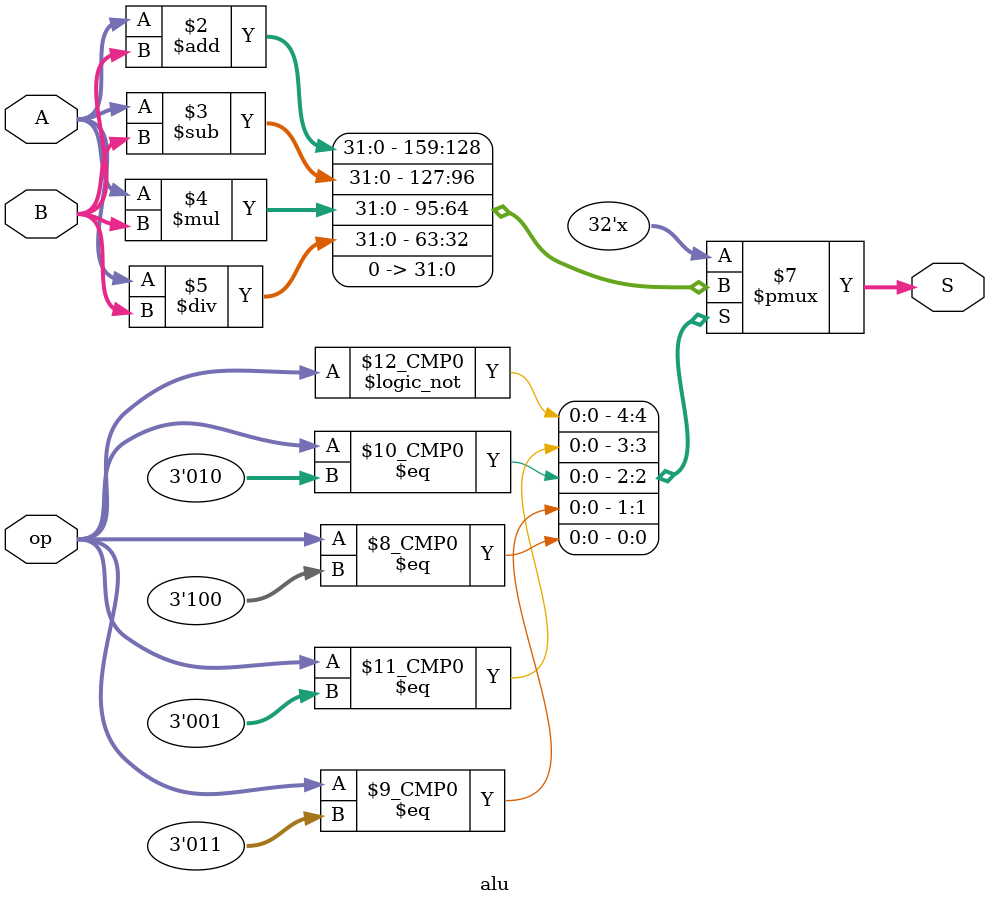
<source format=v>
`timescale 1ns / 1ps


module calculator(
    input clk, input reset,input isvalid,
    input wire signed [31:0]   inputval,
    input wire        [2:0]    op,
    input wire                 en,
    output reg signed [31:0]   outputval
    );
    
    //////////////////////////////////
    // ALU
    reg  signed [31:0] currentval;     // current val in the accumulator
    wire signed [31:0] aluval;
    alu alu1(currentval, inputval, op, aluval);

    reg state;

    initial begin state = 0; currentval = 0; outputval =0;end
    always @(posedge clk) begin
        if(reset)       begin currentval = 0; outputval =0;   state = 0; end
        case(state)
            0: if(en)   begin currentval = aluval;      state = 1; end
            1: if(~en)  begin outputval = currentval;   state = 0; end
        endcase
        if ((~isvalid || ((op == 3) && (inputval == 0))) && ~reset) begin outputval = 14'd10000; state=0; end
    end
endmodule

module alu(
    input       signed  [31:0]  A,
    input       signed  [31:0]  B,
    input               [2:0]   op,
    output reg  signed  [31:0]  S
    );
    
    always@(A or B or op)
        case(op)
            0: S = A+B;
            1: S = A-B;
            2: S = (A*B);
            3: S = (A)/B;
            4: S = 0;
        endcase
endmodule

</source>
